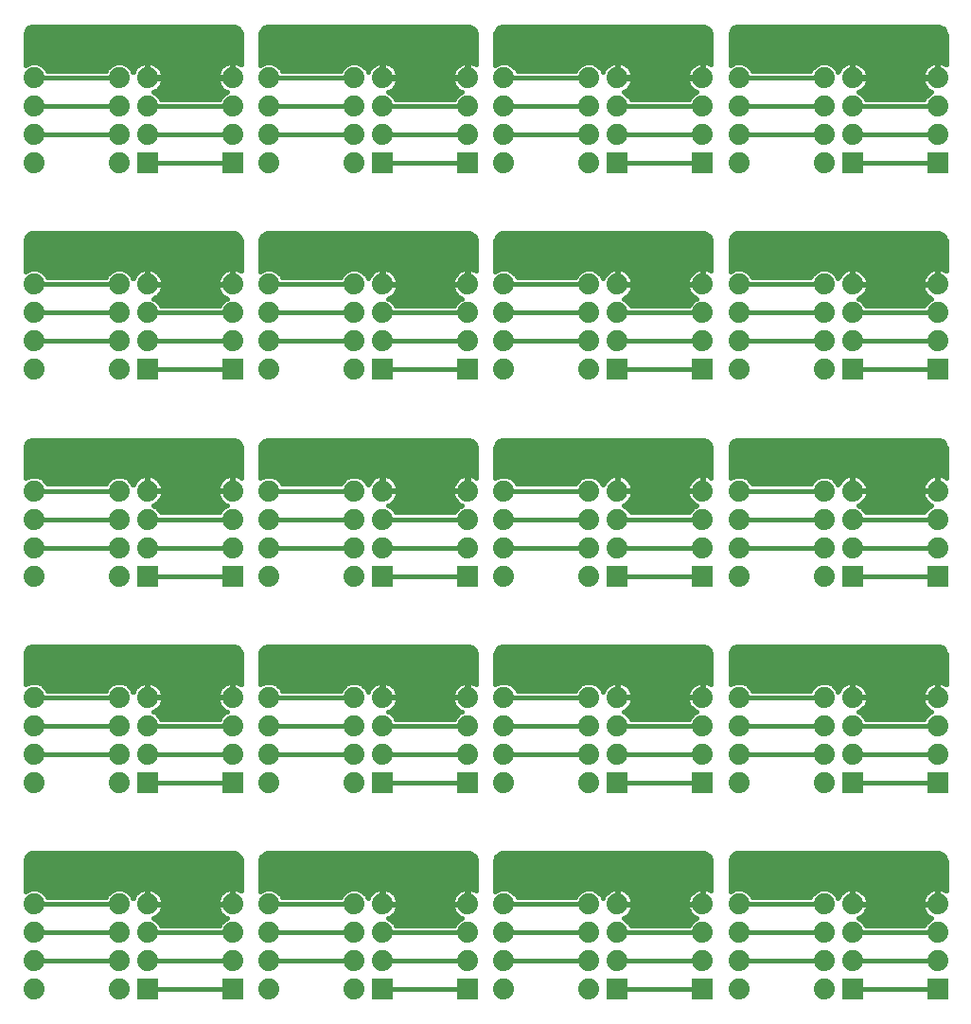
<source format=gbl>
G75*
%MOIN*%
%OFA0B0*%
%FSLAX24Y24*%
%IPPOS*%
%LPD*%
%AMOC8*
5,1,8,0,0,1.08239X$1,22.5*
%
%ADD10C,0.0740*%
%ADD11R,0.0740X0.0740*%
%ADD12C,0.0160*%
D10*
X002180Y002200D03*
X002180Y003200D03*
X002180Y004200D03*
X002180Y005200D03*
X005180Y005200D03*
X006180Y005200D03*
X006180Y004200D03*
X006180Y003200D03*
X005180Y003200D03*
X005180Y002200D03*
X005180Y004200D03*
X009180Y004200D03*
X009180Y003200D03*
X010455Y003200D03*
X010455Y002200D03*
X010455Y004200D03*
X010455Y005200D03*
X009180Y005200D03*
X010455Y009476D03*
X010455Y010476D03*
X010455Y011476D03*
X010455Y012476D03*
X009180Y012476D03*
X009180Y011476D03*
X009180Y010476D03*
X006180Y010476D03*
X006180Y011476D03*
X006180Y012476D03*
X005180Y012476D03*
X005180Y011476D03*
X005180Y010476D03*
X005180Y009476D03*
X002180Y009476D03*
X002180Y010476D03*
X002180Y011476D03*
X002180Y012476D03*
X002180Y016751D03*
X002180Y017751D03*
X002180Y018751D03*
X002180Y019751D03*
X005180Y019751D03*
X006180Y019751D03*
X006180Y018751D03*
X006180Y017751D03*
X005180Y017751D03*
X005180Y016751D03*
X005180Y018751D03*
X009180Y018751D03*
X009180Y017751D03*
X010455Y017751D03*
X010455Y016751D03*
X010455Y018751D03*
X010455Y019751D03*
X009180Y019751D03*
X010455Y024027D03*
X010455Y025027D03*
X010455Y026027D03*
X010455Y027027D03*
X009180Y027027D03*
X009180Y026027D03*
X009180Y025027D03*
X006180Y025027D03*
X006180Y026027D03*
X006180Y027027D03*
X005180Y027027D03*
X005180Y026027D03*
X005180Y025027D03*
X005180Y024027D03*
X002180Y024027D03*
X002180Y025027D03*
X002180Y026027D03*
X002180Y027027D03*
X002180Y031302D03*
X002180Y032302D03*
X002180Y033302D03*
X002180Y034302D03*
X005180Y034302D03*
X005180Y033302D03*
X005180Y032302D03*
X005180Y031302D03*
X006180Y032302D03*
X006180Y033302D03*
X006180Y034302D03*
X009180Y034302D03*
X009180Y033302D03*
X009180Y032302D03*
X010455Y032302D03*
X010455Y031302D03*
X010455Y033302D03*
X010455Y034302D03*
X013455Y034302D03*
X014455Y034302D03*
X014455Y033302D03*
X013455Y033302D03*
X013455Y032302D03*
X014455Y032302D03*
X013455Y031302D03*
X017455Y032302D03*
X017455Y033302D03*
X017455Y034302D03*
X018731Y034302D03*
X018731Y033302D03*
X018731Y032302D03*
X018731Y031302D03*
X021731Y031302D03*
X021731Y032302D03*
X022731Y032302D03*
X022731Y033302D03*
X021731Y033302D03*
X021731Y034302D03*
X022731Y034302D03*
X025731Y034302D03*
X025731Y033302D03*
X025731Y032302D03*
X027007Y032302D03*
X027007Y031302D03*
X027007Y033302D03*
X027007Y034302D03*
X030007Y034302D03*
X031007Y034302D03*
X031007Y033302D03*
X031007Y032302D03*
X030007Y032302D03*
X030007Y031302D03*
X030007Y033302D03*
X034007Y033302D03*
X034007Y032302D03*
X034007Y034302D03*
X034007Y027027D03*
X034007Y026027D03*
X034007Y025027D03*
X031007Y025027D03*
X031007Y026027D03*
X031007Y027027D03*
X030007Y027027D03*
X030007Y026027D03*
X030007Y025027D03*
X030007Y024027D03*
X027007Y024027D03*
X027007Y025027D03*
X027007Y026027D03*
X027007Y027027D03*
X025731Y027027D03*
X025731Y026027D03*
X025731Y025027D03*
X022731Y025027D03*
X021731Y025027D03*
X021731Y026027D03*
X022731Y026027D03*
X022731Y027027D03*
X021731Y027027D03*
X018731Y027027D03*
X018731Y026027D03*
X018731Y025027D03*
X018731Y024027D03*
X017455Y025027D03*
X017455Y026027D03*
X017455Y027027D03*
X014455Y027027D03*
X013455Y027027D03*
X013455Y026027D03*
X014455Y026027D03*
X014455Y025027D03*
X013455Y025027D03*
X013455Y024027D03*
X013455Y019751D03*
X014455Y019751D03*
X014455Y018751D03*
X013455Y018751D03*
X013455Y017751D03*
X014455Y017751D03*
X013455Y016751D03*
X017455Y017751D03*
X017455Y018751D03*
X017455Y019751D03*
X018731Y019751D03*
X018731Y018751D03*
X018731Y017751D03*
X018731Y016751D03*
X021731Y016751D03*
X021731Y017751D03*
X022731Y017751D03*
X022731Y018751D03*
X021731Y018751D03*
X021731Y019751D03*
X022731Y019751D03*
X025731Y019751D03*
X025731Y018751D03*
X025731Y017751D03*
X027007Y017751D03*
X027007Y016751D03*
X027007Y018751D03*
X027007Y019751D03*
X030007Y019751D03*
X031007Y019751D03*
X031007Y018751D03*
X031007Y017751D03*
X030007Y017751D03*
X030007Y016751D03*
X030007Y018751D03*
X034007Y018751D03*
X034007Y017751D03*
X034007Y019751D03*
X034007Y012476D03*
X034007Y011476D03*
X034007Y010476D03*
X031007Y010476D03*
X031007Y011476D03*
X031007Y012476D03*
X030007Y012476D03*
X030007Y011476D03*
X030007Y010476D03*
X030007Y009476D03*
X027007Y009476D03*
X027007Y010476D03*
X027007Y011476D03*
X027007Y012476D03*
X025731Y012476D03*
X025731Y011476D03*
X025731Y010476D03*
X022731Y010476D03*
X021731Y010476D03*
X021731Y011476D03*
X022731Y011476D03*
X022731Y012476D03*
X021731Y012476D03*
X018731Y012476D03*
X018731Y011476D03*
X018731Y010476D03*
X018731Y009476D03*
X017455Y010476D03*
X017455Y011476D03*
X017455Y012476D03*
X014455Y012476D03*
X013455Y012476D03*
X013455Y011476D03*
X014455Y011476D03*
X014455Y010476D03*
X013455Y010476D03*
X013455Y009476D03*
X013455Y005200D03*
X014455Y005200D03*
X014455Y004200D03*
X013455Y004200D03*
X013455Y003200D03*
X013455Y002200D03*
X014455Y003200D03*
X017455Y003200D03*
X017455Y004200D03*
X017455Y005200D03*
X018731Y005200D03*
X018731Y004200D03*
X018731Y003200D03*
X018731Y002200D03*
X021731Y002200D03*
X021731Y003200D03*
X022731Y003200D03*
X022731Y004200D03*
X021731Y004200D03*
X021731Y005200D03*
X022731Y005200D03*
X025731Y005200D03*
X025731Y004200D03*
X025731Y003200D03*
X027007Y003200D03*
X027007Y002200D03*
X027007Y004200D03*
X027007Y005200D03*
X030007Y005200D03*
X031007Y005200D03*
X031007Y004200D03*
X031007Y003200D03*
X030007Y003200D03*
X030007Y002200D03*
X030007Y004200D03*
X034007Y004200D03*
X034007Y003200D03*
X034007Y005200D03*
X021731Y009476D03*
X021731Y024027D03*
D11*
X022731Y024027D03*
X025731Y024027D03*
X031007Y024027D03*
X034007Y024027D03*
X034007Y031302D03*
X031007Y031302D03*
X025731Y031302D03*
X022731Y031302D03*
X017455Y031302D03*
X014455Y031302D03*
X009180Y031302D03*
X006180Y031302D03*
X006180Y024027D03*
X009180Y024027D03*
X014455Y024027D03*
X017455Y024027D03*
X017455Y016751D03*
X014455Y016751D03*
X009180Y016751D03*
X006180Y016751D03*
X006180Y009476D03*
X009180Y009476D03*
X014455Y009476D03*
X017455Y009476D03*
X022731Y009476D03*
X025731Y009476D03*
X031007Y009476D03*
X034007Y009476D03*
X034007Y002200D03*
X031007Y002200D03*
X025731Y002200D03*
X022731Y002200D03*
X017455Y002200D03*
X014455Y002200D03*
X009180Y002200D03*
X006180Y002200D03*
X022731Y016751D03*
X025731Y016751D03*
X031007Y016751D03*
X034007Y016751D03*
D12*
X031007Y016751D01*
X031007Y017751D02*
X034007Y017751D01*
X034007Y018751D02*
X031007Y018751D01*
X031212Y019240D02*
X031218Y019241D01*
X031295Y019281D01*
X031365Y019332D01*
X031426Y019393D01*
X031477Y019463D01*
X031516Y019540D01*
X031543Y019622D01*
X031557Y019708D01*
X031557Y019731D01*
X031027Y019731D01*
X031027Y019771D01*
X031557Y019771D01*
X031557Y019794D01*
X031543Y019880D01*
X031516Y019962D01*
X031477Y020039D01*
X031426Y020109D01*
X031365Y020171D01*
X031295Y020222D01*
X031218Y020261D01*
X031135Y020288D01*
X031050Y020301D01*
X031027Y020301D01*
X031027Y019771D01*
X030987Y019771D01*
X030987Y020301D01*
X030963Y020301D01*
X030878Y020288D01*
X030795Y020261D01*
X030718Y020222D01*
X030648Y020171D01*
X030587Y020109D01*
X030536Y020039D01*
X030497Y019962D01*
X030495Y019957D01*
X030456Y020051D01*
X030307Y020200D01*
X030112Y020281D01*
X029901Y020281D01*
X029706Y020200D01*
X029557Y020051D01*
X029532Y019991D01*
X027481Y019991D01*
X027456Y020051D01*
X027307Y020200D01*
X027112Y020281D01*
X026901Y020281D01*
X026707Y020201D01*
X026707Y021278D01*
X026712Y021331D01*
X026753Y021430D01*
X026828Y021505D01*
X026927Y021546D01*
X026980Y021551D01*
X034007Y021551D01*
X034065Y021545D01*
X034173Y021501D01*
X034173Y021501D01*
X034256Y021418D01*
X034301Y021310D01*
X034307Y021251D01*
X034307Y020213D01*
X034295Y020222D01*
X034218Y020261D01*
X034135Y020288D01*
X034050Y020301D01*
X034027Y020301D01*
X034027Y019771D01*
X033987Y019771D01*
X033987Y020301D01*
X033963Y020301D01*
X033878Y020288D01*
X033795Y020261D01*
X033718Y020222D01*
X033648Y020171D01*
X033587Y020109D01*
X033536Y020039D01*
X033497Y019962D01*
X033470Y019880D01*
X033457Y019794D01*
X033457Y019771D01*
X033987Y019771D01*
X033987Y019731D01*
X033457Y019731D01*
X033457Y019708D01*
X033470Y019622D01*
X033497Y019540D01*
X033536Y019463D01*
X033587Y019393D01*
X033648Y019332D01*
X033718Y019281D01*
X033795Y019241D01*
X033801Y019240D01*
X033706Y019200D01*
X033557Y019051D01*
X033532Y018991D01*
X031481Y018991D01*
X031456Y019051D01*
X031307Y019200D01*
X031212Y019240D01*
X031260Y019220D02*
X033754Y019220D01*
X033601Y019379D02*
X031412Y019379D01*
X031515Y019537D02*
X033498Y019537D01*
X033459Y019696D02*
X031555Y019696D01*
X031547Y019854D02*
X033466Y019854D01*
X033522Y020013D02*
X031491Y020013D01*
X031364Y020171D02*
X033649Y020171D01*
X033987Y020171D02*
X034027Y020171D01*
X034027Y020013D02*
X033987Y020013D01*
X033987Y019854D02*
X034027Y019854D01*
X034007Y019751D02*
X031007Y019751D01*
X030987Y019854D02*
X031027Y019854D01*
X031027Y020013D02*
X030987Y020013D01*
X030987Y020171D02*
X031027Y020171D01*
X030649Y020171D02*
X030336Y020171D01*
X030472Y020013D02*
X030522Y020013D01*
X030007Y019751D02*
X027007Y019751D01*
X027472Y020013D02*
X029541Y020013D01*
X029677Y020171D02*
X027336Y020171D01*
X026707Y020330D02*
X034307Y020330D01*
X034307Y020488D02*
X026707Y020488D01*
X026707Y020647D02*
X034307Y020647D01*
X034307Y020805D02*
X026707Y020805D01*
X026707Y020964D02*
X034307Y020964D01*
X034307Y021122D02*
X026707Y021122D01*
X026707Y021281D02*
X034304Y021281D01*
X034235Y021439D02*
X026762Y021439D01*
X026025Y021310D02*
X026031Y021251D01*
X026031Y020213D01*
X026019Y020222D01*
X025942Y020261D01*
X025860Y020288D01*
X025774Y020301D01*
X025751Y020301D01*
X025751Y019771D01*
X025711Y019771D01*
X025711Y019731D01*
X025181Y019731D01*
X025181Y019708D01*
X025195Y019622D01*
X025221Y019540D01*
X025261Y019463D01*
X025311Y019393D01*
X025373Y019332D01*
X025443Y019281D01*
X025520Y019241D01*
X025525Y019240D01*
X025431Y019200D01*
X025282Y019051D01*
X025257Y018991D01*
X023205Y018991D01*
X023180Y019051D01*
X023031Y019200D01*
X022937Y019240D01*
X022942Y019241D01*
X023019Y019281D01*
X023089Y019332D01*
X023150Y019393D01*
X023201Y019463D01*
X023241Y019540D01*
X023267Y019622D01*
X023281Y019708D01*
X023281Y019731D01*
X022751Y019731D01*
X022751Y019771D01*
X023281Y019771D01*
X023281Y019794D01*
X023267Y019880D01*
X023241Y019962D01*
X023201Y020039D01*
X023150Y020109D01*
X023089Y020171D01*
X025373Y020171D01*
X025311Y020109D01*
X025261Y020039D01*
X025221Y019962D01*
X025195Y019880D01*
X025181Y019794D01*
X025181Y019771D01*
X025711Y019771D01*
X025711Y020301D01*
X025688Y020301D01*
X025602Y020288D01*
X025520Y020261D01*
X025443Y020222D01*
X025373Y020171D01*
X025247Y020013D02*
X023215Y020013D01*
X023272Y019854D02*
X025190Y019854D01*
X025183Y019696D02*
X023279Y019696D01*
X023239Y019537D02*
X025223Y019537D01*
X025326Y019379D02*
X023136Y019379D01*
X022984Y019220D02*
X025478Y019220D01*
X025292Y019062D02*
X023170Y019062D01*
X022731Y018751D02*
X025731Y018751D01*
X025731Y017751D02*
X022731Y017751D01*
X021731Y017751D02*
X018731Y017751D01*
X018731Y018751D02*
X021731Y018751D01*
X021731Y019751D02*
X018731Y019751D01*
X019061Y020171D02*
X021401Y020171D01*
X021431Y020200D02*
X021282Y020051D01*
X021257Y019991D01*
X019205Y019991D01*
X019180Y020051D01*
X019031Y020200D01*
X018836Y020281D01*
X018626Y020281D01*
X018431Y020201D01*
X018431Y021278D01*
X018436Y021331D01*
X018477Y021430D01*
X018553Y021505D01*
X018651Y021546D01*
X018705Y021551D01*
X025731Y021551D01*
X025790Y021545D01*
X025898Y021501D01*
X025980Y021418D01*
X026025Y021310D01*
X026028Y021281D02*
X018431Y021281D01*
X018431Y021122D02*
X026031Y021122D01*
X026031Y020964D02*
X018431Y020964D01*
X018431Y020805D02*
X026031Y020805D01*
X026031Y020647D02*
X018431Y020647D01*
X018431Y020488D02*
X026031Y020488D01*
X026031Y020330D02*
X018431Y020330D01*
X017755Y020330D02*
X010155Y020330D01*
X010155Y020201D02*
X010155Y021278D01*
X010161Y021331D01*
X010202Y021430D01*
X010277Y021505D01*
X010376Y021546D01*
X010429Y021551D01*
X017455Y021551D01*
X017514Y021545D01*
X017622Y021501D01*
X017705Y021418D01*
X017750Y021310D01*
X017755Y021251D01*
X017755Y020213D01*
X017744Y020222D01*
X017667Y020261D01*
X017584Y020288D01*
X017499Y020301D01*
X017475Y020301D01*
X017475Y019771D01*
X017435Y019771D01*
X017435Y019731D01*
X016905Y019731D01*
X016905Y019708D01*
X016919Y019622D01*
X016946Y019540D01*
X016985Y019463D01*
X017036Y019393D01*
X017097Y019332D01*
X017167Y019281D01*
X017244Y019241D01*
X017250Y019240D01*
X017155Y019200D01*
X017006Y019051D01*
X016981Y018991D01*
X014930Y018991D01*
X014905Y019051D01*
X014756Y019200D01*
X014661Y019240D01*
X014667Y019241D01*
X014744Y019281D01*
X014814Y019332D01*
X014875Y019393D01*
X014926Y019463D01*
X014965Y019540D01*
X014992Y019622D01*
X015005Y019708D01*
X015005Y019731D01*
X014475Y019731D01*
X014475Y019771D01*
X014435Y019771D01*
X014435Y020301D01*
X014412Y020301D01*
X014327Y020288D01*
X014244Y020261D01*
X014167Y020222D01*
X014097Y020171D01*
X014036Y020109D01*
X013985Y020039D01*
X013946Y019962D01*
X013944Y019957D01*
X013905Y020051D01*
X013756Y020200D01*
X013561Y020281D01*
X013350Y020281D01*
X013155Y020200D01*
X013006Y020051D01*
X012981Y019991D01*
X010930Y019991D01*
X010905Y020051D01*
X010756Y020200D01*
X010561Y020281D01*
X010350Y020281D01*
X010155Y020201D01*
X010155Y020488D02*
X017755Y020488D01*
X017755Y020647D02*
X010155Y020647D01*
X010155Y020805D02*
X017755Y020805D01*
X017755Y020964D02*
X010155Y020964D01*
X010155Y021122D02*
X017755Y021122D01*
X017753Y021281D02*
X010156Y021281D01*
X010211Y021439D02*
X017684Y021439D01*
X018487Y021439D02*
X025959Y021439D01*
X025751Y020171D02*
X025711Y020171D01*
X025711Y020013D02*
X025751Y020013D01*
X025751Y019854D02*
X025711Y019854D01*
X025731Y019751D02*
X022731Y019751D01*
X022751Y019771D02*
X022711Y019771D01*
X022711Y020301D01*
X022688Y020301D01*
X022602Y020288D01*
X022520Y020261D01*
X022443Y020222D01*
X022373Y020171D01*
X022061Y020171D01*
X022031Y020200D02*
X021836Y020281D01*
X021626Y020281D01*
X021431Y020200D01*
X021266Y020013D02*
X019196Y020013D01*
X017475Y020013D02*
X017435Y020013D01*
X017435Y020171D02*
X017475Y020171D01*
X017435Y020301D02*
X017412Y020301D01*
X017327Y020288D01*
X017244Y020261D01*
X017167Y020222D01*
X017097Y020171D01*
X017036Y020109D01*
X016985Y020039D01*
X016946Y019962D01*
X016919Y019880D01*
X016905Y019794D01*
X016905Y019771D01*
X017435Y019771D01*
X017435Y020301D01*
X017098Y020171D02*
X014813Y020171D01*
X014814Y020171D02*
X014744Y020222D01*
X014667Y020261D01*
X014584Y020288D01*
X014499Y020301D01*
X014475Y020301D01*
X014475Y019771D01*
X015005Y019771D01*
X015005Y019794D01*
X014992Y019880D01*
X014965Y019962D01*
X014926Y020039D01*
X014875Y020109D01*
X014814Y020171D01*
X014940Y020013D02*
X016971Y020013D01*
X016915Y019854D02*
X014996Y019854D01*
X015003Y019696D02*
X016907Y019696D01*
X016947Y019537D02*
X014964Y019537D01*
X014861Y019379D02*
X017050Y019379D01*
X017202Y019220D02*
X014708Y019220D01*
X014895Y019062D02*
X017016Y019062D01*
X017455Y018751D02*
X014455Y018751D01*
X013455Y018751D02*
X010455Y018751D01*
X010455Y017751D02*
X013455Y017751D01*
X014455Y017751D02*
X017455Y017751D01*
X017455Y016751D02*
X014455Y016751D01*
X014455Y019751D02*
X017455Y019751D01*
X017435Y019854D02*
X017475Y019854D01*
X014475Y019854D02*
X014435Y019854D01*
X014435Y020013D02*
X014475Y020013D01*
X014475Y020171D02*
X014435Y020171D01*
X014098Y020171D02*
X013785Y020171D01*
X013921Y020013D02*
X013971Y020013D01*
X013455Y019751D02*
X010455Y019751D01*
X010785Y020171D02*
X013126Y020171D01*
X012990Y020013D02*
X010921Y020013D01*
X009480Y020213D02*
X009480Y021251D01*
X009474Y021310D01*
X009429Y021418D01*
X009346Y021501D01*
X009238Y021545D01*
X009180Y021551D01*
X002153Y021551D01*
X002100Y021546D01*
X002001Y021505D01*
X001926Y021430D01*
X001926Y021430D01*
X001885Y021331D01*
X001880Y021278D01*
X001880Y020201D01*
X002074Y020281D01*
X002285Y020281D01*
X002480Y020200D01*
X002629Y020051D01*
X002654Y019991D01*
X004706Y019991D01*
X004730Y020051D01*
X004880Y020200D01*
X005074Y020281D01*
X005285Y020281D01*
X005480Y020200D01*
X005629Y020051D01*
X005668Y019957D01*
X005670Y019962D01*
X005709Y020039D01*
X005760Y020109D01*
X005822Y020171D01*
X005509Y020171D01*
X005645Y020013D02*
X005696Y020013D01*
X005822Y020171D02*
X005892Y020222D01*
X005969Y020261D01*
X006051Y020288D01*
X006137Y020301D01*
X006160Y020301D01*
X006160Y019771D01*
X006200Y019771D01*
X006730Y019771D01*
X006730Y019794D01*
X006716Y019880D01*
X006690Y019962D01*
X006650Y020039D01*
X006599Y020109D01*
X006538Y020171D01*
X006468Y020222D01*
X006391Y020261D01*
X006309Y020288D01*
X006223Y020301D01*
X006200Y020301D01*
X006200Y019771D01*
X006200Y019731D01*
X006730Y019731D01*
X006730Y019708D01*
X006716Y019622D01*
X006690Y019540D01*
X006650Y019463D01*
X006599Y019393D01*
X006538Y019332D01*
X006468Y019281D01*
X006391Y019241D01*
X006385Y019240D01*
X006480Y019200D01*
X006629Y019051D01*
X006654Y018991D01*
X008706Y018991D01*
X008730Y019051D01*
X008880Y019200D01*
X008974Y019240D01*
X008969Y019241D01*
X008892Y019281D01*
X008822Y019332D01*
X008760Y019393D01*
X008709Y019463D01*
X008670Y019540D01*
X008643Y019622D01*
X008630Y019708D01*
X008630Y019731D01*
X009160Y019731D01*
X009160Y019771D01*
X008630Y019771D01*
X008630Y019794D01*
X008643Y019880D01*
X008670Y019962D01*
X008709Y020039D01*
X008760Y020109D01*
X008822Y020171D01*
X006538Y020171D01*
X006664Y020013D02*
X008696Y020013D01*
X008639Y019854D02*
X006720Y019854D01*
X006728Y019696D02*
X008632Y019696D01*
X008672Y019537D02*
X006688Y019537D01*
X006585Y019379D02*
X008775Y019379D01*
X008927Y019220D02*
X006433Y019220D01*
X006619Y019062D02*
X008741Y019062D01*
X009180Y018751D02*
X006180Y018751D01*
X006180Y017751D02*
X009180Y017751D01*
X009180Y016751D02*
X006180Y016751D01*
X005180Y017751D02*
X002180Y017751D01*
X002180Y018751D02*
X005180Y018751D01*
X005180Y019751D02*
X002180Y019751D01*
X002645Y020013D02*
X004714Y020013D01*
X004850Y020171D02*
X002509Y020171D01*
X001880Y020330D02*
X009480Y020330D01*
X009468Y020222D02*
X009391Y020261D01*
X009309Y020288D01*
X009223Y020301D01*
X009200Y020301D01*
X009200Y019771D01*
X009160Y019771D01*
X009160Y020301D01*
X009137Y020301D01*
X009051Y020288D01*
X008969Y020261D01*
X008892Y020222D01*
X008822Y020171D01*
X009160Y020171D02*
X009200Y020171D01*
X009200Y020013D02*
X009160Y020013D01*
X009160Y019854D02*
X009200Y019854D01*
X009180Y019751D02*
X006180Y019751D01*
X006160Y019854D02*
X006200Y019854D01*
X006200Y020013D02*
X006160Y020013D01*
X006160Y020171D02*
X006200Y020171D01*
X009408Y021439D02*
X001935Y021439D01*
X001880Y021281D02*
X009477Y021281D01*
X009480Y021122D02*
X001880Y021122D01*
X001880Y020964D02*
X009480Y020964D01*
X009480Y020805D02*
X001880Y020805D01*
X001880Y020647D02*
X009480Y020647D01*
X009480Y020488D02*
X001880Y020488D01*
X002180Y025027D02*
X005180Y025027D01*
X005180Y026027D02*
X002180Y026027D01*
X002180Y027027D02*
X005180Y027027D01*
X005668Y027232D02*
X005629Y027327D01*
X005480Y027476D01*
X005285Y027557D01*
X005074Y027557D01*
X004880Y027476D01*
X004730Y027327D01*
X004706Y027267D01*
X002654Y027267D01*
X002629Y027327D01*
X002480Y027476D01*
X002285Y027557D01*
X002074Y027557D01*
X001880Y027476D01*
X001880Y028553D01*
X001885Y028607D01*
X001926Y028705D01*
X002001Y028781D01*
X002100Y028822D01*
X002153Y028827D01*
X009180Y028827D01*
X009238Y028821D01*
X009346Y028776D01*
X009429Y028693D01*
X009474Y028585D01*
X009480Y028527D01*
X009480Y027489D01*
X009468Y027497D01*
X009391Y027536D01*
X009309Y027563D01*
X009223Y027577D01*
X009200Y027577D01*
X009200Y027047D01*
X009160Y027047D01*
X009160Y027577D01*
X009137Y027577D01*
X009051Y027563D01*
X008969Y027536D01*
X008892Y027497D01*
X008822Y027446D01*
X008760Y027385D01*
X008709Y027315D01*
X008670Y027238D01*
X008643Y027156D01*
X008630Y027070D01*
X008630Y027047D01*
X009160Y027047D01*
X009160Y027007D01*
X008630Y027007D01*
X008630Y026983D01*
X008643Y026898D01*
X008670Y026816D01*
X008709Y026739D01*
X008760Y026668D01*
X008822Y026607D01*
X008892Y026556D01*
X008969Y026517D01*
X008974Y026515D01*
X008880Y026476D01*
X008730Y026327D01*
X008706Y026267D01*
X006654Y026267D01*
X006629Y026327D01*
X006480Y026476D01*
X006385Y026515D01*
X006391Y026517D01*
X006468Y026556D01*
X006538Y026607D01*
X006599Y026668D01*
X006650Y026739D01*
X006690Y026816D01*
X006716Y026898D01*
X006730Y026983D01*
X006730Y027007D01*
X006200Y027007D01*
X006200Y027047D01*
X006160Y027047D01*
X006160Y027577D01*
X006137Y027577D01*
X006051Y027563D01*
X005969Y027536D01*
X005892Y027497D01*
X005822Y027446D01*
X005760Y027385D01*
X005709Y027315D01*
X005670Y027238D01*
X005668Y027232D01*
X005639Y027304D02*
X005704Y027304D01*
X005843Y027462D02*
X005494Y027462D01*
X004866Y027462D02*
X002494Y027462D01*
X002639Y027304D02*
X004721Y027304D01*
X006160Y027304D02*
X006200Y027304D01*
X006200Y027462D02*
X006160Y027462D01*
X006200Y027577D02*
X006200Y027047D01*
X006730Y027047D01*
X006730Y027070D01*
X006716Y027156D01*
X006690Y027238D01*
X006650Y027315D01*
X006599Y027385D01*
X006538Y027446D01*
X006468Y027497D01*
X006391Y027536D01*
X006309Y027563D01*
X006223Y027577D01*
X006200Y027577D01*
X006516Y027462D02*
X008843Y027462D01*
X008704Y027304D02*
X006656Y027304D01*
X006718Y027145D02*
X008642Y027145D01*
X008630Y026987D02*
X006730Y026987D01*
X006694Y026828D02*
X008666Y026828D01*
X008760Y026670D02*
X006600Y026670D01*
X006396Y026511D02*
X008964Y026511D01*
X008756Y026353D02*
X006604Y026353D01*
X006180Y026027D02*
X009180Y026027D01*
X009180Y027027D02*
X006180Y027027D01*
X006160Y027145D02*
X006200Y027145D01*
X006180Y025027D02*
X009180Y025027D01*
X009180Y024027D02*
X006180Y024027D01*
X009160Y027145D02*
X009200Y027145D01*
X009200Y027304D02*
X009160Y027304D01*
X009160Y027462D02*
X009200Y027462D01*
X009480Y027621D02*
X001880Y027621D01*
X001880Y027779D02*
X009480Y027779D01*
X009480Y027938D02*
X001880Y027938D01*
X001880Y028096D02*
X009480Y028096D01*
X009480Y028255D02*
X001880Y028255D01*
X001880Y028413D02*
X009480Y028413D01*
X009475Y028572D02*
X001882Y028572D01*
X001951Y028730D02*
X009393Y028730D01*
X010161Y028607D02*
X010202Y028705D01*
X010277Y028781D01*
X010376Y028822D01*
X010429Y028827D01*
X017455Y028827D01*
X017514Y028821D01*
X017622Y028776D01*
X017705Y028693D01*
X017750Y028585D01*
X017755Y028527D01*
X017755Y027489D01*
X017744Y027497D01*
X017667Y027536D01*
X017584Y027563D01*
X017499Y027577D01*
X017475Y027577D01*
X017475Y027047D01*
X017435Y027047D01*
X017435Y027007D01*
X016905Y027007D01*
X016905Y026983D01*
X016919Y026898D01*
X016946Y026816D01*
X016985Y026739D01*
X017036Y026668D01*
X017097Y026607D01*
X017167Y026556D01*
X017244Y026517D01*
X017250Y026515D01*
X017155Y026476D01*
X017006Y026327D01*
X016981Y026267D01*
X014930Y026267D01*
X014905Y026327D01*
X014756Y026476D01*
X014661Y026515D01*
X014667Y026517D01*
X014744Y026556D01*
X014814Y026607D01*
X014875Y026668D01*
X014926Y026739D01*
X014965Y026816D01*
X014992Y026898D01*
X015005Y026983D01*
X015005Y027007D01*
X014475Y027007D01*
X014475Y027047D01*
X014435Y027047D01*
X014435Y027577D01*
X014412Y027577D01*
X014327Y027563D01*
X014244Y027536D01*
X014167Y027497D01*
X014097Y027446D01*
X014036Y027385D01*
X013985Y027315D01*
X013946Y027238D01*
X013944Y027232D01*
X013905Y027327D01*
X013756Y027476D01*
X013561Y027557D01*
X013350Y027557D01*
X013155Y027476D01*
X013006Y027327D01*
X012981Y027267D01*
X010930Y027267D01*
X010905Y027327D01*
X010756Y027476D01*
X010561Y027557D01*
X010350Y027557D01*
X010155Y027476D01*
X010155Y028553D01*
X010161Y028607D01*
X010157Y028572D02*
X017751Y028572D01*
X017755Y028413D02*
X010155Y028413D01*
X010155Y028255D02*
X017755Y028255D01*
X017755Y028096D02*
X010155Y028096D01*
X010155Y027938D02*
X017755Y027938D01*
X017755Y027779D02*
X010155Y027779D01*
X010155Y027621D02*
X017755Y027621D01*
X017475Y027462D02*
X017435Y027462D01*
X017435Y027577D02*
X017412Y027577D01*
X017327Y027563D01*
X017244Y027536D01*
X017167Y027497D01*
X017097Y027446D01*
X017036Y027385D01*
X016985Y027315D01*
X016946Y027238D01*
X016919Y027156D01*
X016905Y027070D01*
X016905Y027047D01*
X017435Y027047D01*
X017435Y027577D01*
X017435Y027304D02*
X017475Y027304D01*
X017475Y027145D02*
X017435Y027145D01*
X017455Y027027D02*
X014455Y027027D01*
X014475Y027047D02*
X014475Y027577D01*
X014499Y027577D01*
X014584Y027563D01*
X014667Y027536D01*
X014744Y027497D01*
X014814Y027446D01*
X014875Y027385D01*
X014926Y027315D01*
X014965Y027238D01*
X014992Y027156D01*
X015005Y027070D01*
X015005Y027047D01*
X014475Y027047D01*
X014475Y027145D02*
X014435Y027145D01*
X014435Y027304D02*
X014475Y027304D01*
X014475Y027462D02*
X014435Y027462D01*
X014119Y027462D02*
X013770Y027462D01*
X013914Y027304D02*
X013979Y027304D01*
X013455Y027027D02*
X010455Y027027D01*
X010770Y027462D02*
X013141Y027462D01*
X012996Y027304D02*
X010914Y027304D01*
X010455Y026027D02*
X013455Y026027D01*
X014455Y026027D02*
X017455Y026027D01*
X017240Y026511D02*
X014671Y026511D01*
X014876Y026670D02*
X017035Y026670D01*
X016942Y026828D02*
X014969Y026828D01*
X015005Y026987D02*
X016905Y026987D01*
X016917Y027145D02*
X014994Y027145D01*
X014932Y027304D02*
X016979Y027304D01*
X017119Y027462D02*
X014792Y027462D01*
X014879Y026353D02*
X017032Y026353D01*
X018431Y027476D02*
X018431Y028553D01*
X018436Y028607D01*
X018477Y028705D01*
X018553Y028781D01*
X018651Y028822D01*
X018705Y028827D01*
X025731Y028827D01*
X025790Y028821D01*
X025898Y028776D01*
X025980Y028693D01*
X026025Y028585D01*
X026031Y028527D01*
X026031Y027489D01*
X026019Y027497D01*
X025942Y027536D01*
X025860Y027563D01*
X025774Y027577D01*
X025751Y027577D01*
X025751Y027047D01*
X025711Y027047D01*
X025711Y027577D01*
X025688Y027577D01*
X025602Y027563D01*
X025520Y027536D01*
X025443Y027497D01*
X025373Y027446D01*
X025311Y027385D01*
X025261Y027315D01*
X025221Y027238D01*
X025195Y027156D01*
X025181Y027070D01*
X025181Y027047D01*
X025711Y027047D01*
X025711Y027007D01*
X025181Y027007D01*
X025181Y026983D01*
X025195Y026898D01*
X025221Y026816D01*
X025261Y026739D01*
X025311Y026668D01*
X025373Y026607D01*
X025443Y026556D01*
X025520Y026517D01*
X025525Y026515D01*
X025431Y026476D01*
X025282Y026327D01*
X025257Y026267D01*
X023205Y026267D01*
X023180Y026327D01*
X023031Y026476D01*
X022937Y026515D01*
X022942Y026517D01*
X023019Y026556D01*
X023089Y026607D01*
X023150Y026668D01*
X023201Y026739D01*
X023241Y026816D01*
X023267Y026898D01*
X023281Y026983D01*
X023281Y027007D01*
X022751Y027007D01*
X022751Y027047D01*
X022711Y027047D01*
X022711Y027577D01*
X022688Y027577D01*
X022602Y027563D01*
X022520Y027536D01*
X022443Y027497D01*
X022373Y027446D01*
X022311Y027385D01*
X022261Y027315D01*
X022221Y027238D01*
X022219Y027232D01*
X022180Y027327D01*
X022031Y027476D01*
X021836Y027557D01*
X021626Y027557D01*
X021431Y027476D01*
X021282Y027327D01*
X021257Y027267D01*
X019205Y027267D01*
X019180Y027327D01*
X019031Y027476D01*
X018836Y027557D01*
X018626Y027557D01*
X018431Y027476D01*
X018431Y027621D02*
X026031Y027621D01*
X026031Y027779D02*
X018431Y027779D01*
X018431Y027938D02*
X026031Y027938D01*
X026031Y028096D02*
X018431Y028096D01*
X018431Y028255D02*
X026031Y028255D01*
X026031Y028413D02*
X018431Y028413D01*
X018433Y028572D02*
X026027Y028572D01*
X025944Y028730D02*
X018502Y028730D01*
X017668Y028730D02*
X010226Y028730D01*
X009180Y031302D02*
X006180Y031302D01*
X006180Y032302D02*
X009180Y032302D01*
X009180Y033302D02*
X006180Y033302D01*
X006385Y033791D02*
X006391Y033793D01*
X006468Y033832D01*
X006538Y033883D01*
X006599Y033944D01*
X006650Y034014D01*
X006690Y034091D01*
X006716Y034174D01*
X006730Y034259D01*
X006730Y034282D01*
X006200Y034282D01*
X006200Y034322D01*
X006730Y034322D01*
X006730Y034346D01*
X006716Y034431D01*
X006690Y034513D01*
X006650Y034591D01*
X006599Y034661D01*
X006538Y034722D01*
X006468Y034773D01*
X006391Y034812D01*
X006309Y034839D01*
X006223Y034852D01*
X006200Y034852D01*
X006200Y034322D01*
X006160Y034322D01*
X006160Y034852D01*
X006137Y034852D01*
X006051Y034839D01*
X005969Y034812D01*
X005892Y034773D01*
X005822Y034722D01*
X005760Y034661D01*
X005709Y034591D01*
X005670Y034513D01*
X005668Y034508D01*
X005629Y034603D01*
X005480Y034752D01*
X005285Y034832D01*
X005074Y034832D01*
X004880Y034752D01*
X004730Y034603D01*
X004706Y034542D01*
X002654Y034542D01*
X002629Y034603D01*
X002480Y034752D01*
X002285Y034832D01*
X002074Y034832D01*
X001880Y034752D01*
X001880Y035829D01*
X001885Y035882D01*
X001926Y035981D01*
X002001Y036056D01*
X002100Y036097D01*
X002153Y036102D01*
X009180Y036102D01*
X009238Y036097D01*
X009346Y036052D01*
X009429Y035969D01*
X009474Y035861D01*
X009480Y035802D01*
X009480Y034764D01*
X009468Y034773D01*
X009391Y034812D01*
X009309Y034839D01*
X009223Y034852D01*
X009200Y034852D01*
X009200Y034322D01*
X009160Y034322D01*
X009160Y034282D01*
X008630Y034282D01*
X008630Y034259D01*
X008643Y034174D01*
X008670Y034091D01*
X008709Y034014D01*
X008760Y033944D01*
X008822Y033883D01*
X008892Y033832D01*
X008969Y033793D01*
X008974Y033791D01*
X008880Y033752D01*
X008730Y033603D01*
X008706Y033542D01*
X006654Y033542D01*
X006629Y033603D01*
X006480Y033752D01*
X006385Y033791D01*
X006409Y033802D02*
X008950Y033802D01*
X008771Y033644D02*
X006588Y033644D01*
X006611Y033961D02*
X008748Y033961D01*
X008661Y034119D02*
X006699Y034119D01*
X006730Y034278D02*
X008630Y034278D01*
X008630Y034322D02*
X009160Y034322D01*
X009160Y034852D01*
X009137Y034852D01*
X009051Y034839D01*
X008969Y034812D01*
X008892Y034773D01*
X008822Y034722D01*
X008760Y034661D01*
X008709Y034591D01*
X008670Y034513D01*
X008643Y034431D01*
X008630Y034346D01*
X008630Y034322D01*
X008645Y034436D02*
X006715Y034436D01*
X006647Y034595D02*
X008712Y034595D01*
X008864Y034753D02*
X006495Y034753D01*
X006200Y034753D02*
X006160Y034753D01*
X006160Y034595D02*
X006200Y034595D01*
X006200Y034436D02*
X006160Y034436D01*
X006180Y034302D02*
X009180Y034302D01*
X009160Y034436D02*
X009200Y034436D01*
X009200Y034595D02*
X009160Y034595D01*
X009160Y034753D02*
X009200Y034753D01*
X009480Y034912D02*
X001880Y034912D01*
X001880Y035070D02*
X009480Y035070D01*
X009480Y035229D02*
X001880Y035229D01*
X001880Y035387D02*
X009480Y035387D01*
X009480Y035546D02*
X001880Y035546D01*
X001880Y035704D02*
X009480Y035704D01*
X009473Y035863D02*
X001883Y035863D01*
X001966Y036021D02*
X009377Y036021D01*
X010161Y035882D02*
X010202Y035981D01*
X010277Y036056D01*
X010376Y036097D01*
X010429Y036102D01*
X017455Y036102D01*
X017514Y036097D01*
X017622Y036052D01*
X017705Y035969D01*
X017750Y035861D01*
X017755Y035802D01*
X017755Y034764D01*
X017744Y034773D01*
X017667Y034812D01*
X017584Y034839D01*
X017499Y034852D01*
X017475Y034852D01*
X017475Y034322D01*
X017435Y034322D01*
X017435Y034282D01*
X016905Y034282D01*
X016905Y034259D01*
X016919Y034174D01*
X016946Y034091D01*
X016985Y034014D01*
X017036Y033944D01*
X017097Y033883D01*
X017167Y033832D01*
X017244Y033793D01*
X017250Y033791D01*
X017155Y033752D01*
X017006Y033603D01*
X016981Y033542D01*
X014930Y033542D01*
X014905Y033603D01*
X014756Y033752D01*
X014661Y033791D01*
X014667Y033793D01*
X014744Y033832D01*
X014814Y033883D01*
X014875Y033944D01*
X014926Y034014D01*
X014965Y034091D01*
X014992Y034174D01*
X015005Y034259D01*
X015005Y034282D01*
X014475Y034282D01*
X014475Y034322D01*
X014435Y034322D01*
X014435Y034852D01*
X014412Y034852D01*
X014327Y034839D01*
X014244Y034812D01*
X014167Y034773D01*
X014097Y034722D01*
X014036Y034661D01*
X013985Y034591D01*
X013946Y034513D01*
X013944Y034508D01*
X013905Y034603D01*
X013756Y034752D01*
X013561Y034832D01*
X013350Y034832D01*
X013155Y034752D01*
X013006Y034603D01*
X012981Y034542D01*
X010930Y034542D01*
X010905Y034603D01*
X010756Y034752D01*
X010561Y034832D01*
X010350Y034832D01*
X010155Y034752D01*
X010155Y035829D01*
X010161Y035882D01*
X010159Y035863D02*
X017749Y035863D01*
X017755Y035704D02*
X010155Y035704D01*
X010155Y035546D02*
X017755Y035546D01*
X017755Y035387D02*
X010155Y035387D01*
X010155Y035229D02*
X017755Y035229D01*
X017755Y035070D02*
X010155Y035070D01*
X010155Y034912D02*
X017755Y034912D01*
X017475Y034753D02*
X017435Y034753D01*
X017435Y034852D02*
X017412Y034852D01*
X017327Y034839D01*
X017244Y034812D01*
X017167Y034773D01*
X017097Y034722D01*
X017036Y034661D01*
X016985Y034591D01*
X016946Y034513D01*
X016919Y034431D01*
X016905Y034346D01*
X016905Y034322D01*
X017435Y034322D01*
X017435Y034852D01*
X017435Y034595D02*
X017475Y034595D01*
X017475Y034436D02*
X017435Y034436D01*
X017455Y034302D02*
X014455Y034302D01*
X014475Y034322D02*
X014475Y034852D01*
X014499Y034852D01*
X014584Y034839D01*
X014667Y034812D01*
X014744Y034773D01*
X014814Y034722D01*
X014875Y034661D01*
X014926Y034591D01*
X014965Y034513D01*
X014992Y034431D01*
X015005Y034346D01*
X015005Y034322D01*
X014475Y034322D01*
X014475Y034436D02*
X014435Y034436D01*
X014435Y034595D02*
X014475Y034595D01*
X014475Y034753D02*
X014435Y034753D01*
X014140Y034753D02*
X013752Y034753D01*
X013908Y034595D02*
X013988Y034595D01*
X013455Y034302D02*
X010455Y034302D01*
X010159Y034753D02*
X010155Y034753D01*
X010752Y034753D02*
X013159Y034753D01*
X013003Y034595D02*
X010908Y034595D01*
X010455Y033302D02*
X013455Y033302D01*
X014455Y033302D02*
X017455Y033302D01*
X017047Y033644D02*
X014864Y033644D01*
X014685Y033802D02*
X017226Y033802D01*
X017024Y033961D02*
X014887Y033961D01*
X014974Y034119D02*
X016937Y034119D01*
X016905Y034278D02*
X015005Y034278D01*
X014990Y034436D02*
X016921Y034436D01*
X016988Y034595D02*
X014923Y034595D01*
X014771Y034753D02*
X017140Y034753D01*
X018431Y034752D02*
X018431Y035829D01*
X018436Y035882D01*
X018477Y035981D01*
X018553Y036056D01*
X018651Y036097D01*
X018705Y036102D01*
X025731Y036102D01*
X025790Y036097D01*
X025898Y036052D01*
X025980Y035969D01*
X026025Y035861D01*
X026031Y035802D01*
X026031Y034764D01*
X026019Y034773D01*
X025942Y034812D01*
X025860Y034839D01*
X025774Y034852D01*
X025751Y034852D01*
X025751Y034322D01*
X025711Y034322D01*
X025711Y034282D01*
X025181Y034282D01*
X025181Y034259D01*
X025195Y034174D01*
X025221Y034091D01*
X025261Y034014D01*
X025311Y033944D01*
X025373Y033883D01*
X025443Y033832D01*
X025520Y033793D01*
X025525Y033791D01*
X025431Y033752D01*
X025282Y033603D01*
X025257Y033542D01*
X023205Y033542D01*
X023180Y033603D01*
X023031Y033752D01*
X022937Y033791D01*
X022942Y033793D01*
X023019Y033832D01*
X023089Y033883D01*
X023150Y033944D01*
X023201Y034014D01*
X023241Y034091D01*
X023267Y034174D01*
X023281Y034259D01*
X023281Y034282D01*
X022751Y034282D01*
X022751Y034322D01*
X023281Y034322D01*
X023281Y034346D01*
X023267Y034431D01*
X023241Y034513D01*
X023201Y034591D01*
X023150Y034661D01*
X023089Y034722D01*
X023019Y034773D01*
X022942Y034812D01*
X022860Y034839D01*
X022774Y034852D01*
X022751Y034852D01*
X022751Y034322D01*
X022711Y034322D01*
X022711Y034852D01*
X022688Y034852D01*
X022602Y034839D01*
X022520Y034812D01*
X022443Y034773D01*
X022373Y034722D01*
X022311Y034661D01*
X022261Y034591D01*
X022221Y034513D01*
X022219Y034508D01*
X022180Y034603D01*
X022031Y034752D01*
X021836Y034832D01*
X021626Y034832D01*
X021431Y034752D01*
X021282Y034603D01*
X021257Y034542D01*
X019205Y034542D01*
X019180Y034603D01*
X019031Y034752D01*
X018836Y034832D01*
X018626Y034832D01*
X018431Y034752D01*
X018431Y034753D02*
X018434Y034753D01*
X018431Y034912D02*
X026031Y034912D01*
X026031Y035070D02*
X018431Y035070D01*
X018431Y035229D02*
X026031Y035229D01*
X026031Y035387D02*
X018431Y035387D01*
X018431Y035546D02*
X026031Y035546D01*
X026031Y035704D02*
X018431Y035704D01*
X018434Y035863D02*
X026025Y035863D01*
X025928Y036021D02*
X018517Y036021D01*
X017653Y036021D02*
X010242Y036021D01*
X010455Y032302D02*
X013455Y032302D01*
X014455Y032302D02*
X017455Y032302D01*
X017455Y031302D02*
X014455Y031302D01*
X017622Y028776D02*
X017622Y028776D01*
X019045Y027462D02*
X021417Y027462D01*
X021272Y027304D02*
X019190Y027304D01*
X018731Y027027D02*
X021731Y027027D01*
X022190Y027304D02*
X022255Y027304D01*
X022394Y027462D02*
X022045Y027462D01*
X022711Y027462D02*
X022751Y027462D01*
X022751Y027577D02*
X022751Y027047D01*
X023281Y027047D01*
X023281Y027070D01*
X023267Y027156D01*
X023241Y027238D01*
X023201Y027315D01*
X023150Y027385D01*
X023089Y027446D01*
X023019Y027497D01*
X022942Y027536D01*
X022860Y027563D01*
X022774Y027577D01*
X022751Y027577D01*
X022751Y027304D02*
X022711Y027304D01*
X022711Y027145D02*
X022751Y027145D01*
X022731Y027027D02*
X025731Y027027D01*
X025711Y027145D02*
X025751Y027145D01*
X025751Y027304D02*
X025711Y027304D01*
X025711Y027462D02*
X025751Y027462D01*
X025394Y027462D02*
X023068Y027462D01*
X023207Y027304D02*
X025255Y027304D01*
X025193Y027145D02*
X023269Y027145D01*
X023281Y026987D02*
X025181Y026987D01*
X025217Y026828D02*
X023245Y026828D01*
X023151Y026670D02*
X025311Y026670D01*
X025515Y026511D02*
X022947Y026511D01*
X023155Y026353D02*
X025307Y026353D01*
X025731Y026027D02*
X022731Y026027D01*
X021731Y026027D02*
X018731Y026027D01*
X018731Y025027D02*
X021731Y025027D01*
X022731Y025027D02*
X025731Y025027D01*
X025731Y024027D02*
X022731Y024027D01*
X022751Y020301D02*
X022751Y019771D01*
X022751Y019854D02*
X022711Y019854D01*
X022711Y020013D02*
X022751Y020013D01*
X022751Y020171D02*
X022711Y020171D01*
X022751Y020301D02*
X022774Y020301D01*
X022860Y020288D01*
X022942Y020261D01*
X023019Y020222D01*
X023089Y020171D01*
X022373Y020171D02*
X022311Y020109D01*
X022261Y020039D01*
X022221Y019962D01*
X022219Y019957D01*
X022180Y020051D01*
X022031Y020200D01*
X022196Y020013D02*
X022247Y020013D01*
X022731Y016751D02*
X025731Y016751D01*
X027007Y017751D02*
X030007Y017751D01*
X030007Y018751D02*
X027007Y018751D01*
X031446Y019062D02*
X033567Y019062D01*
X034007Y014276D02*
X034065Y014270D01*
X034173Y014225D01*
X034256Y014142D01*
X034301Y014034D01*
X034307Y013976D01*
X034307Y012937D01*
X034295Y012946D01*
X034218Y012985D01*
X034135Y013012D01*
X034050Y013026D01*
X034027Y013026D01*
X034027Y012496D01*
X033987Y012496D01*
X033987Y013026D01*
X033963Y013026D01*
X033878Y013012D01*
X033795Y012985D01*
X033718Y012946D01*
X033648Y012895D01*
X033587Y012834D01*
X033536Y012764D01*
X033497Y012687D01*
X033470Y012604D01*
X033457Y012519D01*
X033457Y012496D01*
X033987Y012496D01*
X033987Y012456D01*
X033457Y012456D01*
X033457Y012432D01*
X033470Y012347D01*
X033497Y012264D01*
X033536Y012187D01*
X033587Y012117D01*
X033648Y012056D01*
X033718Y012005D01*
X033795Y011966D01*
X033801Y011964D01*
X033706Y011925D01*
X033557Y011776D01*
X033532Y011716D01*
X031481Y011716D01*
X031456Y011776D01*
X031307Y011925D01*
X031212Y011964D01*
X031218Y011966D01*
X031295Y012005D01*
X031365Y012056D01*
X031426Y012117D01*
X031477Y012187D01*
X031516Y012264D01*
X031543Y012347D01*
X031557Y012432D01*
X031557Y012456D01*
X031027Y012456D01*
X031027Y012496D01*
X031557Y012496D01*
X031557Y012519D01*
X031543Y012604D01*
X031516Y012687D01*
X031477Y012764D01*
X031426Y012834D01*
X031365Y012895D01*
X031295Y012946D01*
X031218Y012985D01*
X031135Y013012D01*
X031050Y013026D01*
X031027Y013026D01*
X031027Y012496D01*
X030987Y012496D01*
X030987Y013026D01*
X030963Y013026D01*
X030878Y013012D01*
X030795Y012985D01*
X030718Y012946D01*
X030648Y012895D01*
X030587Y012834D01*
X030536Y012764D01*
X030497Y012687D01*
X030495Y012681D01*
X030456Y012776D01*
X030307Y012925D01*
X030112Y013006D01*
X029901Y013006D01*
X029706Y012925D01*
X029557Y012776D01*
X029532Y012716D01*
X027481Y012716D01*
X027456Y012776D01*
X027307Y012925D01*
X027112Y013006D01*
X026901Y013006D01*
X026707Y012925D01*
X026707Y014002D01*
X026712Y014055D01*
X026753Y014154D01*
X026828Y014229D01*
X026927Y014270D01*
X026980Y014276D01*
X034007Y014276D01*
X034250Y014148D02*
X026750Y014148D01*
X026707Y013990D02*
X034305Y013990D01*
X034307Y013831D02*
X026707Y013831D01*
X026707Y013673D02*
X034307Y013673D01*
X034307Y013514D02*
X026707Y013514D01*
X026707Y013356D02*
X034307Y013356D01*
X034307Y013197D02*
X026707Y013197D01*
X026707Y013039D02*
X034307Y013039D01*
X034027Y012880D02*
X033987Y012880D01*
X033987Y012722D02*
X034027Y012722D01*
X034027Y012563D02*
X033987Y012563D01*
X034007Y012476D02*
X031007Y012476D01*
X030987Y012563D02*
X031027Y012563D01*
X031027Y012722D02*
X030987Y012722D01*
X030987Y012880D02*
X031027Y012880D01*
X031380Y012880D02*
X033633Y012880D01*
X033515Y012722D02*
X031499Y012722D01*
X031550Y012563D02*
X033464Y012563D01*
X033461Y012405D02*
X031552Y012405D01*
X031507Y012246D02*
X033506Y012246D01*
X033617Y012088D02*
X031396Y012088D01*
X031297Y011929D02*
X033716Y011929D01*
X033555Y011771D02*
X031458Y011771D01*
X031007Y011476D02*
X034007Y011476D01*
X034007Y010476D02*
X031007Y010476D01*
X031007Y009476D02*
X034007Y009476D01*
X034007Y007000D02*
X034065Y006994D01*
X034173Y006949D01*
X034256Y006867D01*
X034301Y006759D01*
X034307Y006700D01*
X034307Y005662D01*
X034295Y005670D01*
X034218Y005710D01*
X034135Y005736D01*
X034050Y005750D01*
X034027Y005750D01*
X034027Y005220D01*
X033987Y005220D01*
X033987Y005750D01*
X033963Y005750D01*
X033878Y005736D01*
X033795Y005710D01*
X033718Y005670D01*
X033648Y005620D01*
X033587Y005558D01*
X033536Y005488D01*
X033497Y005411D01*
X033470Y005329D01*
X033457Y005243D01*
X033457Y005220D01*
X033987Y005220D01*
X033987Y005180D01*
X033457Y005180D01*
X033457Y005157D01*
X033470Y005071D01*
X033497Y004989D01*
X033536Y004912D01*
X033587Y004842D01*
X033648Y004780D01*
X033718Y004730D01*
X033795Y004690D01*
X033801Y004689D01*
X033706Y004649D01*
X033557Y004500D01*
X033532Y004440D01*
X031481Y004440D01*
X031456Y004500D01*
X031307Y004649D01*
X031212Y004689D01*
X031218Y004690D01*
X031295Y004730D01*
X031365Y004780D01*
X031426Y004842D01*
X031477Y004912D01*
X031516Y004989D01*
X031543Y005071D01*
X031557Y005157D01*
X031557Y005180D01*
X031027Y005180D01*
X031027Y005220D01*
X031557Y005220D01*
X031557Y005243D01*
X031543Y005329D01*
X031516Y005411D01*
X031477Y005488D01*
X031426Y005558D01*
X031365Y005620D01*
X031295Y005670D01*
X031218Y005710D01*
X031135Y005736D01*
X031050Y005750D01*
X031027Y005750D01*
X031027Y005220D01*
X030987Y005220D01*
X030987Y005750D01*
X030963Y005750D01*
X030878Y005736D01*
X030795Y005710D01*
X030718Y005670D01*
X030648Y005620D01*
X030587Y005558D01*
X030536Y005488D01*
X030497Y005411D01*
X030495Y005406D01*
X030456Y005500D01*
X030307Y005649D01*
X030112Y005730D01*
X029901Y005730D01*
X029706Y005649D01*
X029557Y005500D01*
X029532Y005440D01*
X027481Y005440D01*
X027456Y005500D01*
X027307Y005649D01*
X027112Y005730D01*
X026901Y005730D01*
X026707Y005649D01*
X026707Y006726D01*
X026712Y006780D01*
X026753Y006878D01*
X026828Y006954D01*
X026927Y006995D01*
X026980Y007000D01*
X034007Y007000D01*
X034260Y006857D02*
X026744Y006857D01*
X026707Y006699D02*
X034307Y006699D01*
X034307Y006540D02*
X026707Y006540D01*
X026707Y006382D02*
X034307Y006382D01*
X034307Y006223D02*
X026707Y006223D01*
X026707Y006065D02*
X034307Y006065D01*
X034307Y005906D02*
X026707Y005906D01*
X026707Y005748D02*
X030948Y005748D01*
X030987Y005748D02*
X031027Y005748D01*
X031066Y005748D02*
X033948Y005748D01*
X033987Y005748D02*
X034027Y005748D01*
X034066Y005748D02*
X034307Y005748D01*
X034027Y005589D02*
X033987Y005589D01*
X033987Y005431D02*
X034027Y005431D01*
X034027Y005272D02*
X033987Y005272D01*
X034007Y005200D02*
X031007Y005200D01*
X030987Y005272D02*
X031027Y005272D01*
X031027Y005431D02*
X030987Y005431D01*
X030987Y005589D02*
X031027Y005589D01*
X031395Y005589D02*
X033618Y005589D01*
X033507Y005431D02*
X031506Y005431D01*
X031552Y005272D02*
X033461Y005272D01*
X033463Y005114D02*
X031550Y005114D01*
X031499Y004955D02*
X033514Y004955D01*
X033632Y004797D02*
X031381Y004797D01*
X031318Y004638D02*
X033695Y004638D01*
X033549Y004480D02*
X031464Y004480D01*
X031007Y004200D02*
X034007Y004200D01*
X034007Y003200D02*
X031007Y003200D01*
X031007Y002200D02*
X034007Y002200D01*
X030507Y005431D02*
X030485Y005431D01*
X030367Y005589D02*
X030618Y005589D01*
X030007Y005200D02*
X027007Y005200D01*
X027367Y005589D02*
X029646Y005589D01*
X030007Y004200D02*
X027007Y004200D01*
X027007Y003200D02*
X030007Y003200D01*
X025731Y003200D02*
X022731Y003200D01*
X022731Y002200D02*
X025731Y002200D01*
X025731Y004200D02*
X022731Y004200D01*
X022937Y004689D02*
X022942Y004690D01*
X023019Y004730D01*
X023089Y004780D01*
X023150Y004842D01*
X023201Y004912D01*
X023241Y004989D01*
X023267Y005071D01*
X023281Y005157D01*
X023281Y005180D01*
X022751Y005180D01*
X022751Y005220D01*
X023281Y005220D01*
X023281Y005243D01*
X023267Y005329D01*
X023241Y005411D01*
X023201Y005488D01*
X023150Y005558D01*
X023089Y005620D01*
X023019Y005670D01*
X022942Y005710D01*
X022860Y005736D01*
X022774Y005750D01*
X022751Y005750D01*
X022751Y005220D01*
X022711Y005220D01*
X022711Y005750D01*
X022688Y005750D01*
X022602Y005736D01*
X022520Y005710D01*
X022443Y005670D01*
X022373Y005620D01*
X022311Y005558D01*
X022261Y005488D01*
X022221Y005411D01*
X022219Y005406D01*
X022180Y005500D01*
X022031Y005649D01*
X021836Y005730D01*
X021626Y005730D01*
X021431Y005649D01*
X021282Y005500D01*
X021257Y005440D01*
X019205Y005440D01*
X019180Y005500D01*
X019031Y005649D01*
X018836Y005730D01*
X018626Y005730D01*
X018431Y005649D01*
X018431Y006726D01*
X018436Y006780D01*
X018477Y006878D01*
X018553Y006954D01*
X018651Y006995D01*
X018705Y007000D01*
X025731Y007000D01*
X025790Y006994D01*
X025898Y006949D01*
X025980Y006867D01*
X026025Y006759D01*
X026031Y006700D01*
X026031Y005662D01*
X026019Y005670D01*
X025942Y005710D01*
X025860Y005736D01*
X025774Y005750D01*
X025751Y005750D01*
X025751Y005220D01*
X025711Y005220D01*
X025711Y005750D01*
X025688Y005750D01*
X025602Y005736D01*
X025520Y005710D01*
X025443Y005670D01*
X025373Y005620D01*
X025311Y005558D01*
X025261Y005488D01*
X025221Y005411D01*
X025195Y005329D01*
X025181Y005243D01*
X025181Y005220D01*
X025711Y005220D01*
X025711Y005180D01*
X025181Y005180D01*
X025181Y005157D01*
X025195Y005071D01*
X025221Y004989D01*
X025261Y004912D01*
X025311Y004842D01*
X025373Y004780D01*
X025443Y004730D01*
X025520Y004690D01*
X025525Y004689D01*
X025431Y004649D01*
X025282Y004500D01*
X025257Y004440D01*
X023205Y004440D01*
X023180Y004500D01*
X023031Y004649D01*
X022937Y004689D01*
X023043Y004638D02*
X025419Y004638D01*
X025357Y004797D02*
X023105Y004797D01*
X023223Y004955D02*
X025239Y004955D01*
X025188Y005114D02*
X023274Y005114D01*
X023276Y005272D02*
X025186Y005272D01*
X025231Y005431D02*
X023231Y005431D01*
X023120Y005589D02*
X025342Y005589D01*
X025672Y005748D02*
X022790Y005748D01*
X022751Y005748D02*
X022711Y005748D01*
X022672Y005748D02*
X018431Y005748D01*
X018431Y005906D02*
X026031Y005906D01*
X026031Y005748D02*
X025790Y005748D01*
X025751Y005748D02*
X025711Y005748D01*
X025711Y005589D02*
X025751Y005589D01*
X025751Y005431D02*
X025711Y005431D01*
X025711Y005272D02*
X025751Y005272D01*
X025731Y005200D02*
X022731Y005200D01*
X022711Y005272D02*
X022751Y005272D01*
X022751Y005431D02*
X022711Y005431D01*
X022711Y005589D02*
X022751Y005589D01*
X022342Y005589D02*
X022092Y005589D01*
X022209Y005431D02*
X022231Y005431D01*
X021731Y005200D02*
X018731Y005200D01*
X019092Y005589D02*
X021370Y005589D01*
X021731Y004200D02*
X018731Y004200D01*
X018731Y003200D02*
X021731Y003200D01*
X023189Y004480D02*
X025273Y004480D01*
X026031Y006065D02*
X018431Y006065D01*
X018431Y006223D02*
X026031Y006223D01*
X026031Y006382D02*
X018431Y006382D01*
X018431Y006540D02*
X026031Y006540D01*
X026031Y006699D02*
X018431Y006699D01*
X018468Y006857D02*
X025984Y006857D01*
X025731Y009476D02*
X022731Y009476D01*
X022731Y010476D02*
X025731Y010476D01*
X025731Y011476D02*
X022731Y011476D01*
X022937Y011964D02*
X022942Y011966D01*
X023019Y012005D01*
X023089Y012056D01*
X023150Y012117D01*
X023201Y012187D01*
X023241Y012264D01*
X023267Y012347D01*
X023281Y012432D01*
X023281Y012456D01*
X022751Y012456D01*
X022751Y012496D01*
X022711Y012496D01*
X022711Y013026D01*
X022688Y013026D01*
X022602Y013012D01*
X022520Y012985D01*
X022443Y012946D01*
X022373Y012895D01*
X022311Y012834D01*
X022261Y012764D01*
X022221Y012687D01*
X022219Y012681D01*
X022180Y012776D01*
X022031Y012925D01*
X021836Y013006D01*
X021626Y013006D01*
X021431Y012925D01*
X021282Y012776D01*
X021257Y012716D01*
X019205Y012716D01*
X019180Y012776D01*
X019031Y012925D01*
X018836Y013006D01*
X018626Y013006D01*
X018431Y012925D01*
X018431Y014002D01*
X018436Y014055D01*
X018477Y014154D01*
X018477Y014154D01*
X018553Y014229D01*
X018651Y014270D01*
X018705Y014276D01*
X025731Y014276D01*
X025790Y014270D01*
X025898Y014225D01*
X025980Y014142D01*
X026025Y014034D01*
X026031Y013976D01*
X026031Y012937D01*
X026019Y012946D01*
X025942Y012985D01*
X025860Y013012D01*
X025774Y013026D01*
X025751Y013026D01*
X025751Y012496D01*
X025711Y012496D01*
X025711Y013026D01*
X025688Y013026D01*
X025602Y013012D01*
X025520Y012985D01*
X025443Y012946D01*
X025373Y012895D01*
X025311Y012834D01*
X025261Y012764D01*
X025221Y012687D01*
X025195Y012604D01*
X025181Y012519D01*
X025181Y012496D01*
X025711Y012496D01*
X025711Y012456D01*
X025181Y012456D01*
X025181Y012432D01*
X025195Y012347D01*
X025221Y012264D01*
X025261Y012187D01*
X025311Y012117D01*
X025373Y012056D01*
X025443Y012005D01*
X025520Y011966D01*
X025525Y011964D01*
X025431Y011925D01*
X025282Y011776D01*
X025257Y011716D01*
X023205Y011716D01*
X023180Y011776D01*
X023031Y011925D01*
X022937Y011964D01*
X023021Y011929D02*
X025441Y011929D01*
X025341Y012088D02*
X023121Y012088D01*
X023231Y012246D02*
X025231Y012246D01*
X025185Y012405D02*
X023277Y012405D01*
X023281Y012496D02*
X023281Y012519D01*
X023267Y012604D01*
X023241Y012687D01*
X023201Y012764D01*
X023150Y012834D01*
X023089Y012895D01*
X023019Y012946D01*
X022942Y012985D01*
X022860Y013012D01*
X022774Y013026D01*
X022751Y013026D01*
X022751Y012496D01*
X023281Y012496D01*
X023274Y012563D02*
X025188Y012563D01*
X025239Y012722D02*
X023223Y012722D01*
X023104Y012880D02*
X025358Y012880D01*
X025711Y012880D02*
X025751Y012880D01*
X025751Y012722D02*
X025711Y012722D01*
X025711Y012563D02*
X025751Y012563D01*
X025731Y012476D02*
X022731Y012476D01*
X022711Y012563D02*
X022751Y012563D01*
X022751Y012722D02*
X022711Y012722D01*
X022711Y012880D02*
X022751Y012880D01*
X022358Y012880D02*
X022076Y012880D01*
X022203Y012722D02*
X022239Y012722D01*
X021731Y012476D02*
X018731Y012476D01*
X019076Y012880D02*
X021386Y012880D01*
X021259Y012722D02*
X019203Y012722D01*
X018431Y013039D02*
X026031Y013039D01*
X026031Y013197D02*
X018431Y013197D01*
X018431Y013356D02*
X026031Y013356D01*
X026031Y013514D02*
X018431Y013514D01*
X018431Y013673D02*
X026031Y013673D01*
X026031Y013831D02*
X018431Y013831D01*
X018431Y013990D02*
X026030Y013990D01*
X025975Y014148D02*
X018475Y014148D01*
X017750Y014034D02*
X017755Y013976D01*
X017755Y012937D01*
X017744Y012946D01*
X017667Y012985D01*
X017584Y013012D01*
X017499Y013026D01*
X017475Y013026D01*
X017475Y012496D01*
X017435Y012496D01*
X017435Y013026D01*
X017412Y013026D01*
X017327Y013012D01*
X017244Y012985D01*
X017167Y012946D01*
X017097Y012895D01*
X017036Y012834D01*
X016985Y012764D01*
X016946Y012687D01*
X016919Y012604D01*
X016905Y012519D01*
X016905Y012496D01*
X017435Y012496D01*
X017435Y012456D01*
X016905Y012456D01*
X016905Y012432D01*
X016919Y012347D01*
X016946Y012264D01*
X016985Y012187D01*
X017036Y012117D01*
X017097Y012056D01*
X017167Y012005D01*
X017244Y011966D01*
X017250Y011964D01*
X017155Y011925D01*
X017006Y011776D01*
X016981Y011716D01*
X014930Y011716D01*
X014905Y011776D01*
X014756Y011925D01*
X014661Y011964D01*
X014667Y011966D01*
X014744Y012005D01*
X014814Y012056D01*
X014875Y012117D01*
X014926Y012187D01*
X014965Y012264D01*
X014992Y012347D01*
X015005Y012432D01*
X015005Y012456D01*
X014475Y012456D01*
X014475Y012496D01*
X014435Y012496D01*
X014435Y013026D01*
X014412Y013026D01*
X014327Y013012D01*
X014244Y012985D01*
X014167Y012946D01*
X014097Y012895D01*
X014036Y012834D01*
X013985Y012764D01*
X013946Y012687D01*
X013944Y012681D01*
X013905Y012776D01*
X013756Y012925D01*
X013561Y013006D01*
X013350Y013006D01*
X013155Y012925D01*
X013006Y012776D01*
X012981Y012716D01*
X010930Y012716D01*
X010905Y012776D01*
X010756Y012925D01*
X010561Y013006D01*
X010350Y013006D01*
X010155Y012925D01*
X010155Y014002D01*
X010161Y014055D01*
X010202Y014154D01*
X010277Y014229D01*
X010376Y014270D01*
X010429Y014276D01*
X017455Y014276D01*
X017514Y014270D01*
X017622Y014225D01*
X017705Y014142D01*
X017750Y014034D01*
X017754Y013990D02*
X010155Y013990D01*
X010155Y013831D02*
X017755Y013831D01*
X017755Y013673D02*
X010155Y013673D01*
X010155Y013514D02*
X017755Y013514D01*
X017755Y013356D02*
X010155Y013356D01*
X010155Y013197D02*
X017755Y013197D01*
X017755Y013039D02*
X010155Y013039D01*
X010455Y012476D02*
X013455Y012476D01*
X013110Y012880D02*
X010800Y012880D01*
X010927Y012722D02*
X012984Y012722D01*
X013800Y012880D02*
X014082Y012880D01*
X013963Y012722D02*
X013927Y012722D01*
X014435Y012722D02*
X014475Y012722D01*
X014475Y012880D02*
X014435Y012880D01*
X014475Y013026D02*
X014475Y012496D01*
X015005Y012496D01*
X015005Y012519D01*
X014992Y012604D01*
X014965Y012687D01*
X014926Y012764D01*
X014875Y012834D01*
X014814Y012895D01*
X014744Y012946D01*
X014667Y012985D01*
X014584Y013012D01*
X014499Y013026D01*
X014475Y013026D01*
X014829Y012880D02*
X017082Y012880D01*
X016963Y012722D02*
X014947Y012722D01*
X014998Y012563D02*
X016912Y012563D01*
X016910Y012405D02*
X015001Y012405D01*
X014956Y012246D02*
X016955Y012246D01*
X017066Y012088D02*
X014845Y012088D01*
X014746Y011929D02*
X017165Y011929D01*
X017004Y011771D02*
X014907Y011771D01*
X014455Y011476D02*
X017455Y011476D01*
X017455Y012476D02*
X014455Y012476D01*
X014435Y012563D02*
X014475Y012563D01*
X013455Y011476D02*
X010455Y011476D01*
X010455Y010476D02*
X013455Y010476D01*
X014455Y010476D02*
X017455Y010476D01*
X017455Y009476D02*
X014455Y009476D01*
X017455Y007000D02*
X017514Y006994D01*
X017622Y006949D01*
X017705Y006867D01*
X017750Y006759D01*
X017755Y006700D01*
X017755Y005662D01*
X017744Y005670D01*
X017667Y005710D01*
X017584Y005736D01*
X017499Y005750D01*
X017475Y005750D01*
X017475Y005220D01*
X017435Y005220D01*
X017435Y005180D01*
X016905Y005180D01*
X016905Y005157D01*
X016919Y005071D01*
X016946Y004989D01*
X016985Y004912D01*
X017036Y004842D01*
X017097Y004780D01*
X017167Y004730D01*
X017244Y004690D01*
X017250Y004689D01*
X017155Y004649D01*
X017006Y004500D01*
X016981Y004440D01*
X014930Y004440D01*
X014905Y004500D01*
X014756Y004649D01*
X014661Y004689D01*
X014667Y004690D01*
X014744Y004730D01*
X014814Y004780D01*
X014875Y004842D01*
X014926Y004912D01*
X014965Y004989D01*
X014992Y005071D01*
X015005Y005157D01*
X015005Y005180D01*
X014475Y005180D01*
X014475Y005220D01*
X014435Y005220D01*
X014435Y005750D01*
X014412Y005750D01*
X014327Y005736D01*
X014244Y005710D01*
X014167Y005670D01*
X014097Y005620D01*
X014036Y005558D01*
X013985Y005488D01*
X013946Y005411D01*
X013944Y005406D01*
X013905Y005500D01*
X013756Y005649D01*
X013561Y005730D01*
X013350Y005730D01*
X013155Y005649D01*
X013006Y005500D01*
X012981Y005440D01*
X010930Y005440D01*
X010905Y005500D01*
X010756Y005649D01*
X010561Y005730D01*
X010350Y005730D01*
X010155Y005649D01*
X010155Y006726D01*
X010161Y006780D01*
X010202Y006878D01*
X010277Y006954D01*
X010376Y006995D01*
X010429Y007000D01*
X017455Y007000D01*
X017709Y006857D02*
X010193Y006857D01*
X010155Y006699D02*
X017755Y006699D01*
X017755Y006540D02*
X010155Y006540D01*
X010155Y006382D02*
X017755Y006382D01*
X017755Y006223D02*
X010155Y006223D01*
X010155Y006065D02*
X017755Y006065D01*
X017755Y005906D02*
X010155Y005906D01*
X010155Y005748D02*
X014396Y005748D01*
X014435Y005748D02*
X014475Y005748D01*
X014475Y005750D02*
X014475Y005220D01*
X015005Y005220D01*
X015005Y005243D01*
X014992Y005329D01*
X014965Y005411D01*
X014926Y005488D01*
X014875Y005558D01*
X014814Y005620D01*
X014744Y005670D01*
X014667Y005710D01*
X014584Y005736D01*
X014499Y005750D01*
X014475Y005750D01*
X014514Y005748D02*
X017396Y005748D01*
X017412Y005750D02*
X017327Y005736D01*
X017244Y005710D01*
X017167Y005670D01*
X017097Y005620D01*
X017036Y005558D01*
X016985Y005488D01*
X016946Y005411D01*
X016919Y005329D01*
X016905Y005243D01*
X016905Y005220D01*
X017435Y005220D01*
X017435Y005750D01*
X017412Y005750D01*
X017435Y005748D02*
X017475Y005748D01*
X017514Y005748D02*
X017755Y005748D01*
X017475Y005589D02*
X017435Y005589D01*
X017435Y005431D02*
X017475Y005431D01*
X017475Y005272D02*
X017435Y005272D01*
X017455Y005200D02*
X014455Y005200D01*
X014435Y005272D02*
X014475Y005272D01*
X014475Y005431D02*
X014435Y005431D01*
X014435Y005589D02*
X014475Y005589D01*
X014844Y005589D02*
X017067Y005589D01*
X016956Y005431D02*
X014955Y005431D01*
X015001Y005272D02*
X016910Y005272D01*
X016912Y005114D02*
X014999Y005114D01*
X014948Y004955D02*
X016963Y004955D01*
X017081Y004797D02*
X014830Y004797D01*
X014767Y004638D02*
X017144Y004638D01*
X016998Y004480D02*
X014913Y004480D01*
X014455Y004200D02*
X017455Y004200D01*
X017455Y003200D02*
X014455Y003200D01*
X013455Y003200D02*
X010455Y003200D01*
X010455Y004200D02*
X013455Y004200D01*
X013455Y005200D02*
X010455Y005200D01*
X010816Y005589D02*
X013095Y005589D01*
X013816Y005589D02*
X014067Y005589D01*
X013956Y005431D02*
X013934Y005431D01*
X014455Y002200D02*
X017455Y002200D01*
X018731Y010476D02*
X021731Y010476D01*
X021731Y011476D02*
X018731Y011476D01*
X017475Y012563D02*
X017435Y012563D01*
X017435Y012722D02*
X017475Y012722D01*
X017475Y012880D02*
X017435Y012880D01*
X017699Y014148D02*
X010199Y014148D01*
X009474Y014034D02*
X009480Y013976D01*
X009480Y012937D01*
X009468Y012946D01*
X009391Y012985D01*
X009309Y013012D01*
X009223Y013026D01*
X009200Y013026D01*
X009200Y012496D01*
X009160Y012496D01*
X009160Y013026D01*
X009137Y013026D01*
X009051Y013012D01*
X008969Y012985D01*
X008892Y012946D01*
X008822Y012895D01*
X008760Y012834D01*
X008709Y012764D01*
X008670Y012687D01*
X008643Y012604D01*
X008630Y012519D01*
X008630Y012496D01*
X009160Y012496D01*
X009160Y012456D01*
X008630Y012456D01*
X008630Y012432D01*
X008643Y012347D01*
X008670Y012264D01*
X008709Y012187D01*
X008760Y012117D01*
X008822Y012056D01*
X008892Y012005D01*
X008969Y011966D01*
X008974Y011964D01*
X008880Y011925D01*
X008730Y011776D01*
X008706Y011716D01*
X006654Y011716D01*
X006629Y011776D01*
X006480Y011925D01*
X006385Y011964D01*
X006391Y011966D01*
X006468Y012005D01*
X006538Y012056D01*
X006599Y012117D01*
X006650Y012187D01*
X006690Y012264D01*
X006716Y012347D01*
X006730Y012432D01*
X006730Y012456D01*
X006200Y012456D01*
X006200Y012496D01*
X006160Y012496D01*
X006160Y013026D01*
X006137Y013026D01*
X006051Y013012D01*
X005969Y012985D01*
X005892Y012946D01*
X005822Y012895D01*
X005760Y012834D01*
X005709Y012764D01*
X005670Y012687D01*
X005668Y012681D01*
X005629Y012776D01*
X005480Y012925D01*
X005285Y013006D01*
X005074Y013006D01*
X004880Y012925D01*
X004730Y012776D01*
X004706Y012716D01*
X002654Y012716D01*
X002629Y012776D01*
X002480Y012925D01*
X002285Y013006D01*
X002074Y013006D01*
X001880Y012925D01*
X001880Y014002D01*
X001885Y014055D01*
X001926Y014154D01*
X002001Y014229D01*
X002100Y014270D01*
X002153Y014276D01*
X009180Y014276D01*
X009238Y014270D01*
X009346Y014225D01*
X009429Y014142D01*
X009474Y014034D01*
X009478Y013990D02*
X001880Y013990D01*
X001880Y013831D02*
X009480Y013831D01*
X009480Y013673D02*
X001880Y013673D01*
X001880Y013514D02*
X009480Y013514D01*
X009480Y013356D02*
X001880Y013356D01*
X001880Y013197D02*
X009480Y013197D01*
X009480Y013039D02*
X001880Y013039D01*
X002180Y012476D02*
X005180Y012476D01*
X005525Y012880D02*
X005806Y012880D01*
X005688Y012722D02*
X005652Y012722D01*
X006160Y012722D02*
X006200Y012722D01*
X006200Y012880D02*
X006160Y012880D01*
X006200Y013026D02*
X006200Y012496D01*
X006730Y012496D01*
X006730Y012519D01*
X006716Y012604D01*
X006690Y012687D01*
X006650Y012764D01*
X006599Y012834D01*
X006538Y012895D01*
X006468Y012946D01*
X006391Y012985D01*
X006309Y013012D01*
X006223Y013026D01*
X006200Y013026D01*
X006553Y012880D02*
X008806Y012880D01*
X008688Y012722D02*
X006672Y012722D01*
X006723Y012563D02*
X008637Y012563D01*
X008634Y012405D02*
X006725Y012405D01*
X006680Y012246D02*
X008679Y012246D01*
X008790Y012088D02*
X006570Y012088D01*
X006470Y011929D02*
X008890Y011929D01*
X008728Y011771D02*
X006631Y011771D01*
X006180Y011476D02*
X009180Y011476D01*
X009180Y012476D02*
X006180Y012476D01*
X006160Y012563D02*
X006200Y012563D01*
X005180Y011476D02*
X002180Y011476D01*
X002180Y010476D02*
X005180Y010476D01*
X006180Y010476D02*
X009180Y010476D01*
X009180Y009476D02*
X006180Y009476D01*
X009180Y007000D02*
X009238Y006994D01*
X009346Y006949D01*
X009429Y006867D01*
X009474Y006759D01*
X009480Y006700D01*
X009480Y005662D01*
X009468Y005670D01*
X009391Y005710D01*
X009309Y005736D01*
X009223Y005750D01*
X009200Y005750D01*
X009200Y005220D01*
X009160Y005220D01*
X009160Y005750D01*
X009137Y005750D01*
X009051Y005736D01*
X008969Y005710D01*
X008892Y005670D01*
X008822Y005620D01*
X008760Y005558D01*
X008709Y005488D01*
X008670Y005411D01*
X008643Y005329D01*
X008630Y005243D01*
X008630Y005220D01*
X009160Y005220D01*
X009160Y005180D01*
X008630Y005180D01*
X008630Y005157D01*
X008643Y005071D01*
X008670Y004989D01*
X008709Y004912D01*
X008760Y004842D01*
X008822Y004780D01*
X008892Y004730D01*
X008969Y004690D01*
X008974Y004689D01*
X008880Y004649D01*
X008730Y004500D01*
X008706Y004440D01*
X006654Y004440D01*
X006629Y004500D01*
X006480Y004649D01*
X006385Y004689D01*
X006391Y004690D01*
X006468Y004730D01*
X006538Y004780D01*
X006599Y004842D01*
X006650Y004912D01*
X006690Y004989D01*
X006716Y005071D01*
X006730Y005157D01*
X006730Y005180D01*
X006200Y005180D01*
X006200Y005220D01*
X006730Y005220D01*
X006730Y005243D01*
X006716Y005329D01*
X006690Y005411D01*
X006650Y005488D01*
X006599Y005558D01*
X006538Y005620D01*
X006468Y005670D01*
X006391Y005710D01*
X006309Y005736D01*
X006223Y005750D01*
X006200Y005750D01*
X006200Y005220D01*
X006160Y005220D01*
X006160Y005750D01*
X006137Y005750D01*
X006051Y005736D01*
X005969Y005710D01*
X005892Y005670D01*
X005822Y005620D01*
X005760Y005558D01*
X005709Y005488D01*
X005670Y005411D01*
X005668Y005406D01*
X005629Y005500D01*
X005480Y005649D01*
X005285Y005730D01*
X005074Y005730D01*
X004880Y005649D01*
X004730Y005500D01*
X004706Y005440D01*
X002654Y005440D01*
X002629Y005500D01*
X002480Y005649D01*
X002285Y005730D01*
X002074Y005730D01*
X001880Y005649D01*
X001880Y006726D01*
X001885Y006780D01*
X001926Y006878D01*
X002001Y006954D01*
X002100Y006995D01*
X002153Y007000D01*
X009180Y007000D01*
X009433Y006857D02*
X001917Y006857D01*
X001880Y006699D02*
X009480Y006699D01*
X009480Y006540D02*
X001880Y006540D01*
X001880Y006382D02*
X009480Y006382D01*
X009480Y006223D02*
X001880Y006223D01*
X001880Y006065D02*
X009480Y006065D01*
X009480Y005906D02*
X001880Y005906D01*
X001880Y005748D02*
X006121Y005748D01*
X006160Y005748D02*
X006200Y005748D01*
X006239Y005748D02*
X009121Y005748D01*
X009160Y005748D02*
X009200Y005748D01*
X009239Y005748D02*
X009480Y005748D01*
X009200Y005589D02*
X009160Y005589D01*
X009160Y005431D02*
X009200Y005431D01*
X009200Y005272D02*
X009160Y005272D01*
X009180Y005200D02*
X006180Y005200D01*
X006160Y005272D02*
X006200Y005272D01*
X006200Y005431D02*
X006160Y005431D01*
X006160Y005589D02*
X006200Y005589D01*
X006569Y005589D02*
X008791Y005589D01*
X008680Y005431D02*
X006680Y005431D01*
X006725Y005272D02*
X008634Y005272D01*
X008637Y005114D02*
X006723Y005114D01*
X006672Y004955D02*
X008687Y004955D01*
X008805Y004797D02*
X006554Y004797D01*
X006491Y004638D02*
X008868Y004638D01*
X008722Y004480D02*
X006638Y004480D01*
X006180Y004200D02*
X009180Y004200D01*
X009180Y003200D02*
X006180Y003200D01*
X006180Y002200D02*
X009180Y002200D01*
X005791Y005589D02*
X005540Y005589D01*
X005658Y005431D02*
X005680Y005431D01*
X005180Y005200D02*
X002180Y005200D01*
X002540Y005589D02*
X004819Y005589D01*
X005180Y004200D02*
X002180Y004200D01*
X002180Y003200D02*
X005180Y003200D01*
X004708Y012722D02*
X002652Y012722D01*
X002525Y012880D02*
X004835Y012880D01*
X001923Y014148D02*
X009423Y014148D01*
X009200Y012880D02*
X009160Y012880D01*
X009160Y012722D02*
X009200Y012722D01*
X009200Y012563D02*
X009160Y012563D01*
X009480Y020213D02*
X009468Y020222D01*
X010455Y025027D02*
X013455Y025027D01*
X014455Y025027D02*
X017455Y025027D01*
X017455Y024027D02*
X014455Y024027D01*
X018731Y032302D02*
X021731Y032302D01*
X022731Y032302D02*
X025731Y032302D01*
X025731Y031302D02*
X022731Y031302D01*
X022731Y033302D02*
X025731Y033302D01*
X025501Y033802D02*
X022961Y033802D01*
X023139Y033644D02*
X025323Y033644D01*
X025299Y033961D02*
X023162Y033961D01*
X023250Y034119D02*
X025212Y034119D01*
X025181Y034278D02*
X023281Y034278D01*
X023266Y034436D02*
X025196Y034436D01*
X025195Y034431D02*
X025181Y034346D01*
X025181Y034322D01*
X025711Y034322D01*
X025711Y034852D01*
X025688Y034852D01*
X025602Y034839D01*
X025520Y034812D01*
X025443Y034773D01*
X025373Y034722D01*
X025311Y034661D01*
X025261Y034591D01*
X025221Y034513D01*
X025195Y034431D01*
X025263Y034595D02*
X023199Y034595D01*
X023046Y034753D02*
X025416Y034753D01*
X025711Y034753D02*
X025751Y034753D01*
X025751Y034595D02*
X025711Y034595D01*
X025711Y034436D02*
X025751Y034436D01*
X025731Y034302D02*
X022731Y034302D01*
X022711Y034436D02*
X022751Y034436D01*
X022751Y034595D02*
X022711Y034595D01*
X022711Y034753D02*
X022751Y034753D01*
X022416Y034753D02*
X022028Y034753D01*
X022184Y034595D02*
X022263Y034595D01*
X021731Y034302D02*
X018731Y034302D01*
X019028Y034753D02*
X021434Y034753D01*
X021278Y034595D02*
X019184Y034595D01*
X018731Y033302D02*
X021731Y033302D01*
X026707Y034752D02*
X026707Y035829D01*
X026712Y035882D01*
X026753Y035981D01*
X026828Y036056D01*
X026927Y036097D01*
X026980Y036102D01*
X034007Y036102D01*
X034065Y036097D01*
X034173Y036052D01*
X034256Y035969D01*
X034301Y035861D01*
X034307Y035802D01*
X034307Y034764D01*
X034295Y034773D01*
X034218Y034812D01*
X034135Y034839D01*
X034050Y034852D01*
X034027Y034852D01*
X034027Y034322D01*
X033987Y034322D01*
X033987Y034282D01*
X033457Y034282D01*
X033457Y034259D01*
X033470Y034174D01*
X033497Y034091D01*
X033536Y034014D01*
X033587Y033944D01*
X033648Y033883D01*
X033718Y033832D01*
X033795Y033793D01*
X033801Y033791D01*
X033706Y033752D01*
X033557Y033603D01*
X033532Y033542D01*
X031481Y033542D01*
X031456Y033603D01*
X031307Y033752D01*
X031212Y033791D01*
X031218Y033793D01*
X031295Y033832D01*
X031365Y033883D01*
X031426Y033944D01*
X031477Y034014D01*
X031516Y034091D01*
X031543Y034174D01*
X031557Y034259D01*
X031557Y034282D01*
X031027Y034282D01*
X031027Y034322D01*
X031557Y034322D01*
X031557Y034346D01*
X031543Y034431D01*
X031516Y034513D01*
X031477Y034591D01*
X031426Y034661D01*
X031365Y034722D01*
X031295Y034773D01*
X031218Y034812D01*
X031135Y034839D01*
X031050Y034852D01*
X031027Y034852D01*
X031027Y034322D01*
X030987Y034322D01*
X030987Y034852D01*
X030963Y034852D01*
X030878Y034839D01*
X030795Y034812D01*
X030718Y034773D01*
X030648Y034722D01*
X030587Y034661D01*
X030536Y034591D01*
X030497Y034513D01*
X030495Y034508D01*
X030456Y034603D01*
X030307Y034752D01*
X030112Y034832D01*
X029901Y034832D01*
X029706Y034752D01*
X029557Y034603D01*
X029532Y034542D01*
X027481Y034542D01*
X027456Y034603D01*
X027307Y034752D01*
X027112Y034832D01*
X026901Y034832D01*
X026707Y034752D01*
X026707Y034753D02*
X026710Y034753D01*
X026707Y034912D02*
X034307Y034912D01*
X034307Y035070D02*
X026707Y035070D01*
X026707Y035229D02*
X034307Y035229D01*
X034307Y035387D02*
X026707Y035387D01*
X026707Y035546D02*
X034307Y035546D01*
X034307Y035704D02*
X026707Y035704D01*
X026710Y035863D02*
X034300Y035863D01*
X034204Y036021D02*
X026793Y036021D01*
X027303Y034753D02*
X029710Y034753D01*
X029554Y034595D02*
X027459Y034595D01*
X027007Y034302D02*
X030007Y034302D01*
X030303Y034753D02*
X030691Y034753D01*
X030539Y034595D02*
X030459Y034595D01*
X030987Y034595D02*
X031027Y034595D01*
X031027Y034753D02*
X030987Y034753D01*
X030987Y034436D02*
X031027Y034436D01*
X031007Y034302D02*
X034007Y034302D01*
X033987Y034322D02*
X033457Y034322D01*
X033457Y034346D01*
X033470Y034431D01*
X033497Y034513D01*
X033536Y034591D01*
X033587Y034661D01*
X033648Y034722D01*
X033718Y034773D01*
X033795Y034812D01*
X033878Y034839D01*
X033963Y034852D01*
X033987Y034852D01*
X033987Y034322D01*
X033987Y034436D02*
X034027Y034436D01*
X034027Y034595D02*
X033987Y034595D01*
X033987Y034753D02*
X034027Y034753D01*
X033691Y034753D02*
X031322Y034753D01*
X031474Y034595D02*
X033539Y034595D01*
X033472Y034436D02*
X031541Y034436D01*
X031557Y034278D02*
X033457Y034278D01*
X033488Y034119D02*
X031525Y034119D01*
X031438Y033961D02*
X033575Y033961D01*
X033777Y033802D02*
X031236Y033802D01*
X031415Y033644D02*
X033598Y033644D01*
X034007Y033302D02*
X031007Y033302D01*
X031007Y032302D02*
X034007Y032302D01*
X034007Y031302D02*
X031007Y031302D01*
X030007Y032302D02*
X027007Y032302D01*
X027007Y033302D02*
X030007Y033302D01*
X026980Y028827D02*
X034007Y028827D01*
X034065Y028821D01*
X034173Y028776D01*
X034256Y028693D01*
X034301Y028585D01*
X034307Y028527D01*
X034307Y027489D01*
X034295Y027497D01*
X034218Y027536D01*
X034135Y027563D01*
X034050Y027577D01*
X034027Y027577D01*
X034027Y027047D01*
X033987Y027047D01*
X033987Y027577D01*
X033963Y027577D01*
X033878Y027563D01*
X033795Y027536D01*
X033718Y027497D01*
X033648Y027446D01*
X033587Y027385D01*
X033536Y027315D01*
X033497Y027238D01*
X033470Y027156D01*
X033457Y027070D01*
X033457Y027047D01*
X033987Y027047D01*
X033987Y027007D01*
X033457Y027007D01*
X033457Y026983D01*
X033470Y026898D01*
X033497Y026816D01*
X033536Y026739D01*
X033587Y026668D01*
X033648Y026607D01*
X033718Y026556D01*
X033795Y026517D01*
X033801Y026515D01*
X033706Y026476D01*
X033557Y026327D01*
X033532Y026267D01*
X031481Y026267D01*
X031456Y026327D01*
X031307Y026476D01*
X031212Y026515D01*
X031218Y026517D01*
X031295Y026556D01*
X031365Y026607D01*
X031426Y026668D01*
X031477Y026739D01*
X031516Y026816D01*
X031543Y026898D01*
X031557Y026983D01*
X031557Y027007D01*
X031027Y027007D01*
X031027Y027047D01*
X031557Y027047D01*
X031557Y027070D01*
X031543Y027156D01*
X031516Y027238D01*
X031477Y027315D01*
X031426Y027385D01*
X031365Y027446D01*
X031295Y027497D01*
X031218Y027536D01*
X031135Y027563D01*
X031050Y027577D01*
X031027Y027577D01*
X031027Y027047D01*
X030987Y027047D01*
X030987Y027577D01*
X030963Y027577D01*
X030878Y027563D01*
X030795Y027536D01*
X030718Y027497D01*
X030648Y027446D01*
X030587Y027385D01*
X030536Y027315D01*
X030497Y027238D01*
X030495Y027232D01*
X030456Y027327D01*
X030307Y027476D01*
X030112Y027557D01*
X029901Y027557D01*
X029706Y027476D01*
X029557Y027327D01*
X029532Y027267D01*
X027481Y027267D01*
X027456Y027327D01*
X027307Y027476D01*
X027112Y027557D01*
X026901Y027557D01*
X026707Y027476D01*
X026707Y028553D01*
X026712Y028607D01*
X026753Y028705D01*
X026828Y028781D01*
X026927Y028822D01*
X026980Y028827D01*
X026778Y028730D02*
X034219Y028730D01*
X034302Y028572D02*
X026708Y028572D01*
X026707Y028413D02*
X034307Y028413D01*
X034307Y028255D02*
X026707Y028255D01*
X026707Y028096D02*
X034307Y028096D01*
X034307Y027938D02*
X026707Y027938D01*
X026707Y027779D02*
X034307Y027779D01*
X034307Y027621D02*
X026707Y027621D01*
X027007Y027027D02*
X030007Y027027D01*
X029548Y027304D02*
X027466Y027304D01*
X027321Y027462D02*
X029692Y027462D01*
X030321Y027462D02*
X030670Y027462D01*
X030530Y027304D02*
X030466Y027304D01*
X030987Y027304D02*
X031027Y027304D01*
X031027Y027462D02*
X030987Y027462D01*
X030987Y027145D02*
X031027Y027145D01*
X031007Y027027D02*
X034007Y027027D01*
X033987Y027145D02*
X034027Y027145D01*
X034027Y027304D02*
X033987Y027304D01*
X033987Y027462D02*
X034027Y027462D01*
X033670Y027462D02*
X031343Y027462D01*
X031483Y027304D02*
X033530Y027304D01*
X033468Y027145D02*
X031545Y027145D01*
X031557Y026987D02*
X033457Y026987D01*
X033493Y026828D02*
X031520Y026828D01*
X031427Y026670D02*
X033586Y026670D01*
X033791Y026511D02*
X031222Y026511D01*
X031430Y026353D02*
X033583Y026353D01*
X034007Y026027D02*
X031007Y026027D01*
X031007Y025027D02*
X034007Y025027D01*
X034007Y024027D02*
X031007Y024027D01*
X030007Y025027D02*
X027007Y025027D01*
X027007Y026027D02*
X030007Y026027D01*
X030352Y012880D02*
X030633Y012880D01*
X030515Y012722D02*
X030478Y012722D01*
X030007Y012476D02*
X027007Y012476D01*
X027352Y012880D02*
X029661Y012880D01*
X029535Y012722D02*
X027478Y012722D01*
X027007Y011476D02*
X030007Y011476D01*
X030007Y010476D02*
X027007Y010476D01*
X025279Y011771D02*
X023182Y011771D01*
X005180Y032302D02*
X002180Y032302D01*
X002180Y033302D02*
X005180Y033302D01*
X005180Y034302D02*
X002180Y034302D01*
X002632Y034595D02*
X004727Y034595D01*
X004883Y034753D02*
X002477Y034753D01*
X001883Y034753D02*
X001880Y034753D01*
X005477Y034753D02*
X005864Y034753D01*
X005712Y034595D02*
X005632Y034595D01*
M02*

</source>
